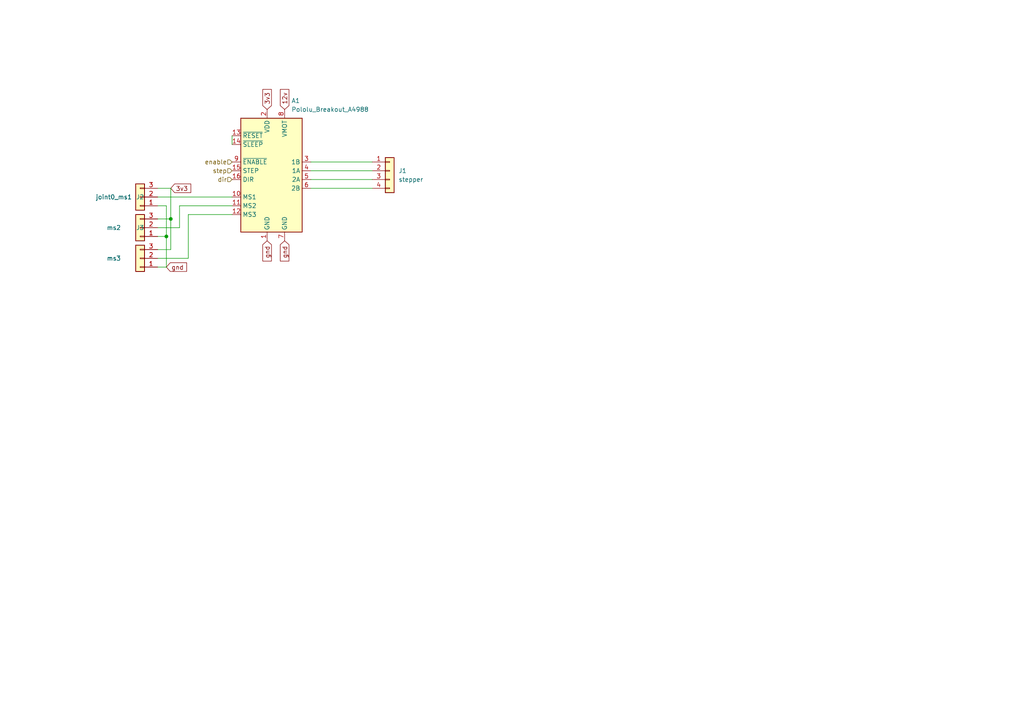
<source format=kicad_sch>
(kicad_sch (version 20230121) (generator eeschema)
  (paper "A4")
  (lib_symbols
    (symbol "Connector_Generic:Conn_01x03" (pin_names (offset 1.016) hide)
      (property "Reference" "J" (at 0 5.08 0))
      (property "Value" "Conn_01x03" (at 0 -5.08 0))
      (symbol "Conn_01x03_1_1"
        (rectangle (start -1.27 -2.413) (end 0 -2.667) (stroke (width 0.1524)))
        (rectangle (start -1.27 0.127) (end 0 -0.127) (stroke (width 0.1524)))
        (rectangle (start -1.27 2.667) (end 0 2.413) (stroke (width 0.1524)))
        (rectangle (start -1.27 3.81) (end 1.27 -3.81) (stroke (width 0.254)) (fill (type background)))
        (pin passive line (at -5.08 2.54 0) (length 3.81) (name "Pin_1") (number "1"))
        (pin passive line (at -5.08 0 0) (length 3.81) (name "Pin_2") (number "2"))
        (pin passive line (at -5.08 -2.54 0) (length 3.81) (name "Pin_3") (number "3"))
      )
    )
    (symbol "Connector_Generic:Conn_01x04" (pin_names (offset 1.016) hide)
      (property "Reference" "J" (at 0 5.08 0))
      (property "Value" "Conn_01x04" (at 0 -7.62 0))
      (symbol "Conn_01x04_1_1"
        (rectangle (start -1.27 -4.953) (end 0 -5.207) (stroke (width 0.1524)))
        (rectangle (start -1.27 -2.413) (end 0 -2.667) (stroke (width 0.1524)))
        (rectangle (start -1.27 0.127) (end 0 -0.127) (stroke (width 0.1524)))
        (rectangle (start -1.27 2.667) (end 0 2.413) (stroke (width 0.1524)))
        (rectangle (start -1.27 3.81) (end 1.27 -6.35) (stroke (width 0.254)) (fill (type background)))
        (pin passive line (at -5.08 2.54 0) (length 3.81) (name "Pin_1") (number "1"))
        (pin passive line (at -5.08 0 0) (length 3.81) (name "Pin_2") (number "2"))
        (pin passive line (at -5.08 -2.54 0) (length 3.81) (name "Pin_3") (number "3"))
        (pin passive line (at -5.08 -5.08 0) (length 3.81) (name "Pin_4") (number "4"))
      )
    )
    (symbol "Driver_Motor:Pololu_Breakout_A4988"
      (property "Reference" "A" (at -2.54 19.05 0))
      (property "Value" "Pololu_Breakout_A4988" (at -2.54 16.51 0))
      (symbol "Pololu_Breakout_A4988_0_1"
        (rectangle (start 10.16 -17.78) (end -7.62 15.24) (stroke (width 0.254)) (fill (type background)))
      )
      (symbol "Pololu_Breakout_A4988_1_1"
        (pin power_in line (at 0 -20.32 90) (length 2.54) (name "GND") (number "1"))
        (pin input line (at -10.16 -7.62 0) (length 2.54) (name "MS1") (number "10"))
        (pin input line (at -10.16 -10.16 0) (length 2.54) (name "MS2") (number "11"))
        (pin input line (at -10.16 -12.7 0) (length 2.54) (name "MS3") (number "12"))
        (pin input line (at -10.16 10.16 0) (length 2.54) (name "~{RESET}") (number "13"))
        (pin input line (at -10.16 7.62 0) (length 2.54) (name "~{SLEEP}") (number "14"))
        (pin input line (at -10.16 0 0) (length 2.54) (name "STEP") (number "15"))
        (pin input line (at -10.16 -2.54 0) (length 2.54) (name "DIR") (number "16"))
        (pin power_in line (at 0 17.78 270) (length 2.54) (name "VDD") (number "2"))
        (pin output line (at 12.7 2.54 180) (length 2.54) (name "1B") (number "3"))
        (pin output line (at 12.7 0 180) (length 2.54) (name "1A") (number "4"))
        (pin output line (at 12.7 -2.54 180) (length 2.54) (name "2A") (number "5"))
        (pin output line (at 12.7 -5.08 180) (length 2.54) (name "2B") (number "6"))
        (pin power_in line (at 5.08 -20.32 90) (length 2.54) (name "GND") (number "7"))
        (pin power_in line (at 5.08 17.78 270) (length 2.54) (name "VMOT") (number "8"))
        (pin input line (at -10.16 2.54 0) (length 2.54) (name "~{ENABLE}") (number "9"))
      )
    )
  )
  (junction (at 48.26 68.58))
  (junction (at 49.53 63.5))
  (wire (pts (xy 45.72 59.69) (xy 48.26 59.69)))
  (wire (pts (xy 52.07 59.69) (xy 67.31 59.69)))
  (wire (pts (xy 49.53 72.39) (xy 45.72 72.39)))
  (wire (pts (xy 45.72 77.47) (xy 48.26 77.47)))
  (wire (pts (xy 52.07 66.04) (xy 52.07 59.69)))
  (wire (pts (xy 48.26 59.69) (xy 48.26 68.58)))
  (wire (pts (xy 90.17 46.99) (xy 107.95 46.99)))
  (wire (pts (xy 48.26 68.58) (xy 45.72 68.58)))
  (wire (pts (xy 45.72 57.15) (xy 67.31 57.15)))
  (wire (pts (xy 54.61 74.93) (xy 54.61 62.23)))
  (wire (pts (xy 45.72 66.04) (xy 52.07 66.04)))
  (wire (pts (xy 67.31 39.37) (xy 67.31 41.91)))
  (wire (pts (xy 90.17 54.61) (xy 107.95 54.61)))
  (wire (pts (xy 90.17 49.53) (xy 107.95 49.53)))
  (wire (pts (xy 48.26 68.58) (xy 48.26 77.47)))
  (wire (pts (xy 90.17 52.07) (xy 107.95 52.07)))
  (wire (pts (xy 49.53 63.5) (xy 45.72 63.5)))
  (wire (pts (xy 49.53 63.5) (xy 49.53 72.39)))
  (wire (pts (xy 45.72 74.93) (xy 54.61 74.93)))
  (wire (pts (xy 49.53 54.61) (xy 49.53 63.5)))
  (wire (pts (xy 54.61 62.23) (xy 67.31 62.23)))
  (wire (pts (xy 45.72 54.61) (xy 49.53 54.61)))
  (global_label "3v3" (shape input) (at 77.47 31.75 90) (property "Intersheetrefs" "${INTERSHEET_REFS}" (effects hide)))
  (global_label "12v" (shape input) (at 82.55 31.75 90) (property "Intersheetrefs" "${INTERSHEET_REFS}" (effects hide)))
  (global_label "gnd" (shape input) (at 48.26 77.47 0) (property "Intersheetrefs" "${INTERSHEET_REFS}" (effects hide)))
  (global_label "gnd" (shape input) (at 82.55 69.85 270) (property "Intersheetrefs" "${INTERSHEET_REFS}" (effects hide)))
  (global_label "gnd" (shape input) (at 77.47 69.85 270) (property "Intersheetrefs" "${INTERSHEET_REFS}" (effects hide)))
  (global_label "3v3" (shape input) (at 49.53 54.61 0) (property "Intersheetrefs" "${INTERSHEET_REFS}" (effects hide)))
  (hierarchical_label "dir" (shape input) (at 67.31 52.07 180))
  (hierarchical_label "enable" (shape input) (at 67.31 46.99 180))
  (hierarchical_label "step" (shape input) (at 67.31 49.53 180))
  (symbol (lib_id "Connector_Generic:Conn_01x03") (at 40.64 74.93 180) (unit 1)
    (property "Reference" "J3" (at 40.64 66.04 0))
    (property "Value" "ms3" (at 33.02 74.93 0))
    (property "Footprint" "Connector_PinHeader_2.54mm:PinHeader_1x03_P2.54mm_Vertical" (effects hide))
    (instances (project "rio-octobot" (path "" (reference "J3") (unit 1)) (path "" (reference "J2") (unit 1)) (path "" (reference "J5") (unit 1)) (path "" (reference "J8") (unit 1)) (path "" (reference "J11") (unit 1)) (path "" (reference "J14") (unit 1)) (path "" (reference "J17") (unit 1)) (path "" (reference "J28") (unit 1)) (path "" (reference "J31") (unit 1))))
  )
  (symbol (lib_id "Connector_Generic:Conn_01x03") (at 40.64 66.04 180) (unit 1)
    (property "Reference" "J2" (at 40.64 57.15 0))
    (property "Value" "ms2" (at 33.02 66.04 0))
    (property "Footprint" "Connector_PinHeader_2.54mm:PinHeader_1x03_P2.54mm_Vertical" (effects hide))
    (instances (project "rio-octobot" (path "" (reference "J2") (unit 1)) (path "" (reference "J1") (unit 1)) (path "" (reference "J4") (unit 1)) (path "" (reference "J7") (unit 1)) (path "" (reference "J10") (unit 1)) (path "" (reference "J13") (unit 1)) (path "" (reference "J16") (unit 1)) (path "" (reference "J27") (unit 1)) (path "" (reference "J30") (unit 1))))
  )
  (symbol (lib_id "Connector_Generic:Conn_01x04") (at 113.03 49.53 0) (unit 1)
    (property "Reference" "J1" (at 115.57 49.53 0) (effects (justify left)))
    (property "Value" "stepper" (at 115.57 52.07 0) (effects (justify left)))
    (property "Footprint" "Connector_JST:JST_XH_B4B-XH-A_1x04_P2.50mm_Vertical" (effects hide))
    (instances (project "rio-octobot" (path "" (reference "J1") (unit 1)) (path "" (reference "J3") (unit 1)) (path "" (reference "J6") (unit 1)) (path "" (reference "J9") (unit 1)) (path "" (reference "J12") (unit 1)) (path "" (reference "J15") (unit 1)) (path "" (reference "J18") (unit 1)) (path "" (reference "J29") (unit 1)) (path "" (reference "J32") (unit 1))))
  )
  (symbol (lib_id "Driver_Motor:Pololu_Breakout_A4988") (at 77.47 49.53 0) (unit 1)
    (property "Reference" "A1" (at 84.5059 29.21 0) (effects (justify left)))
    (property "Value" "Pololu_Breakout_A4988" (at 84.5059 31.75 0) (effects (justify left)))
    (property "Footprint" "Module:Pololu_Breakout-16_15.2x20.3mm" (effects hide))
    (property "Datasheet" "https://www.pololu.com/product/2980/pictures" (effects hide))
    (instances (project "rio-octobot" (path "" (reference "A1") (unit 1)) (path "" (reference "A1") (unit 1)) (path "" (reference "A2") (unit 1)) (path "" (reference "A3") (unit 1)) (path "" (reference "A4") (unit 1)) (path "" (reference "A5") (unit 1)) (path "" (reference "A6") (unit 1)) (path "" (reference "A7") (unit 1)) (path "" (reference "A8") (unit 1))))
  )
  (symbol (lib_id "Connector_Generic:Conn_01x03") (at 40.64 57.15 180) (unit 1)
    (property "Reference" "joint0_ms1" (at 33.02 57.15 0))
    (property "Value" "Conn_01x03" (effects hide))
    (property "Footprint" "Connector_PinHeader_2.54mm:PinHeader_1x03_P2.54mm_Vertical" (effects hide))
    (instances (project "rio-octobot" (path "" (reference "joint0_ms1") (unit 1)) (path "" (reference "ms1") (unit 1)) (path "" (reference "ms2") (unit 1)) (path "" (reference "ms3") (unit 1)) (path "" (reference "ms4") (unit 1)) (path "" (reference "ms5") (unit 1)) (path "" (reference "ms6") (unit 1)) (path "" (reference "ms7") (unit 1)) (path "" (reference "ms8") (unit 1))))
  )
)
</source>
